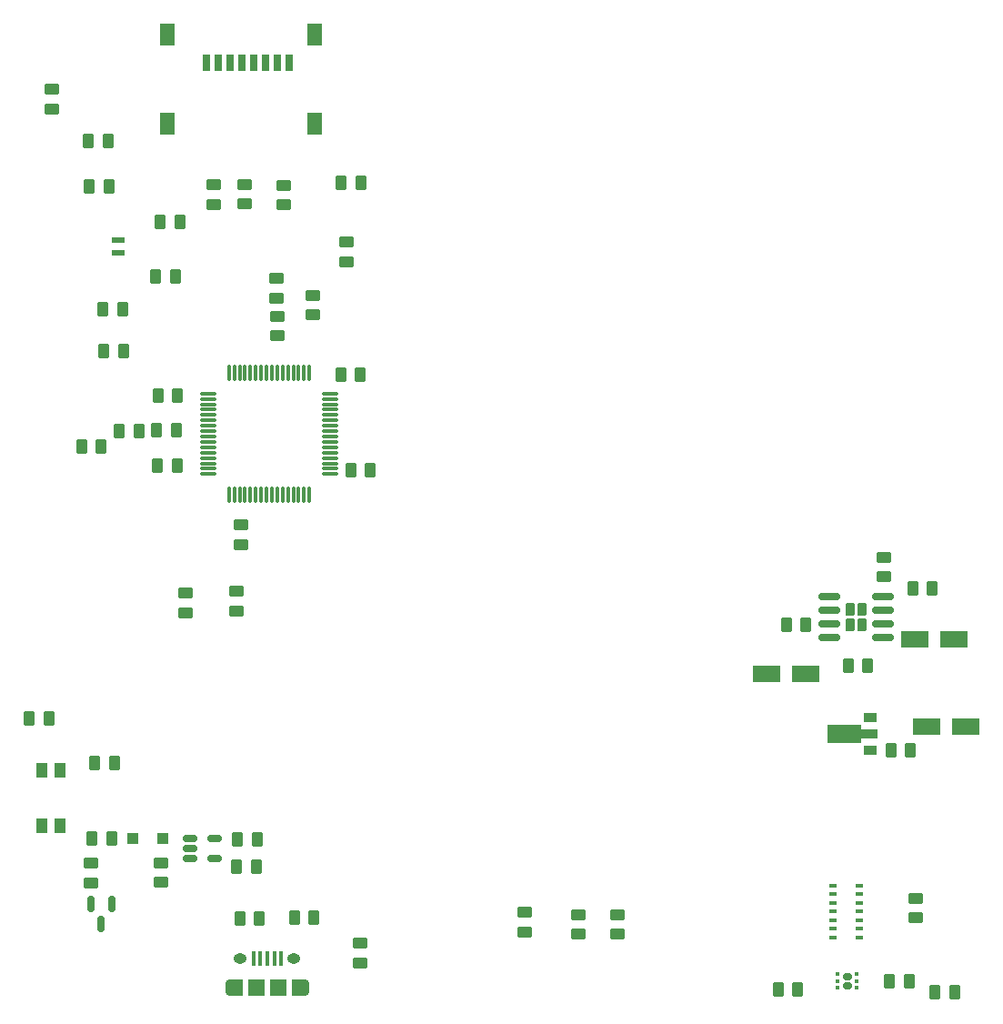
<source format=gbr>
%TF.GenerationSoftware,KiCad,Pcbnew,7.0.7*%
%TF.CreationDate,2024-05-08T11:13:52-07:00*%
%TF.ProjectId,Final_Project_Sutton_Yazzolino,46696e61-6c5f-4507-926f-6a6563745f53,rev?*%
%TF.SameCoordinates,Original*%
%TF.FileFunction,Paste,Top*%
%TF.FilePolarity,Positive*%
%FSLAX46Y46*%
G04 Gerber Fmt 4.6, Leading zero omitted, Abs format (unit mm)*
G04 Created by KiCad (PCBNEW 7.0.7) date 2024-05-08 11:13:52*
%MOMM*%
%LPD*%
G01*
G04 APERTURE LIST*
G04 Aperture macros list*
%AMRoundRect*
0 Rectangle with rounded corners*
0 $1 Rounding radius*
0 $2 $3 $4 $5 $6 $7 $8 $9 X,Y pos of 4 corners*
0 Add a 4 corners polygon primitive as box body*
4,1,4,$2,$3,$4,$5,$6,$7,$8,$9,$2,$3,0*
0 Add four circle primitives for the rounded corners*
1,1,$1+$1,$2,$3*
1,1,$1+$1,$4,$5*
1,1,$1+$1,$6,$7*
1,1,$1+$1,$8,$9*
0 Add four rect primitives between the rounded corners*
20,1,$1+$1,$2,$3,$4,$5,0*
20,1,$1+$1,$4,$5,$6,$7,0*
20,1,$1+$1,$6,$7,$8,$9,0*
20,1,$1+$1,$8,$9,$2,$3,0*%
%AMFreePoly0*
4,1,9,3.862500,-0.866500,0.737500,-0.866500,0.737500,-0.450000,-0.737500,-0.450000,-0.737500,0.450000,0.737500,0.450000,0.737500,0.866500,3.862500,0.866500,3.862500,-0.866500,3.862500,-0.866500,$1*%
G04 Aperture macros list end*
%ADD10RoundRect,0.250000X-0.262500X-0.450000X0.262500X-0.450000X0.262500X0.450000X-0.262500X0.450000X0*%
%ADD11RoundRect,0.250000X0.450000X-0.262500X0.450000X0.262500X-0.450000X0.262500X-0.450000X-0.262500X0*%
%ADD12RoundRect,0.250000X0.262500X0.450000X-0.262500X0.450000X-0.262500X-0.450000X0.262500X-0.450000X0*%
%ADD13O,0.890000X1.550000*%
%ADD14O,1.250000X0.950000*%
%ADD15R,0.400000X1.350000*%
%ADD16R,1.200000X1.550000*%
%ADD17R,1.500000X1.550000*%
%ADD18RoundRect,0.250000X-0.450000X0.262500X-0.450000X-0.262500X0.450000X-0.262500X0.450000X0.262500X0*%
%ADD19RoundRect,0.250000X1.050000X0.550000X-1.050000X0.550000X-1.050000X-0.550000X1.050000X-0.550000X0*%
%ADD20RoundRect,0.230000X-0.230000X-0.375000X0.230000X-0.375000X0.230000X0.375000X-0.230000X0.375000X0*%
%ADD21RoundRect,0.150000X-0.825000X-0.150000X0.825000X-0.150000X0.825000X0.150000X-0.825000X0.150000X0*%
%ADD22RoundRect,0.075000X-0.662500X-0.075000X0.662500X-0.075000X0.662500X0.075000X-0.662500X0.075000X0*%
%ADD23RoundRect,0.075000X-0.075000X-0.662500X0.075000X-0.662500X0.075000X0.662500X-0.075000X0.662500X0*%
%ADD24R,0.800000X1.500000*%
%ADD25R,1.450000X2.000000*%
%ADD26RoundRect,0.250000X-1.050000X-0.550000X1.050000X-0.550000X1.050000X0.550000X-1.050000X0.550000X0*%
%ADD27R,1.200000X0.600000*%
%ADD28R,1.300000X0.900000*%
%ADD29FreePoly0,180.000000*%
%ADD30RoundRect,0.160000X-0.245000X-0.160000X0.245000X-0.160000X0.245000X0.160000X-0.245000X0.160000X0*%
%ADD31RoundRect,0.093750X-0.093750X-0.106250X0.093750X-0.106250X0.093750X0.106250X-0.093750X0.106250X0*%
%ADD32RoundRect,0.250000X0.300000X0.300000X-0.300000X0.300000X-0.300000X-0.300000X0.300000X-0.300000X0*%
%ADD33RoundRect,0.087500X-0.287500X-0.087500X0.287500X-0.087500X0.287500X0.087500X-0.287500X0.087500X0*%
%ADD34RoundRect,0.150000X-0.150000X0.587500X-0.150000X-0.587500X0.150000X-0.587500X0.150000X0.587500X0*%
%ADD35RoundRect,0.150000X-0.512500X-0.150000X0.512500X-0.150000X0.512500X0.150000X-0.512500X0.150000X0*%
%ADD36R,1.000000X1.450000*%
G04 APERTURE END LIST*
D10*
%TO.C,C8*%
X131500000Y-94000000D03*
X133325000Y-94000000D03*
%TD*%
D11*
%TO.C,R15*%
X118750000Y-69312500D03*
X118750000Y-67487500D03*
%TD*%
D10*
%TO.C,C25*%
X181675000Y-141575000D03*
X183500000Y-141575000D03*
%TD*%
D12*
%TO.C,FB1*%
X115250000Y-90325000D03*
X113425000Y-90325000D03*
%TD*%
D13*
%TO.C,J2*%
X120225000Y-142175000D03*
D14*
X121225000Y-139475000D03*
X126225000Y-139475000D03*
D13*
X127225000Y-142175000D03*
D15*
X122425000Y-139475000D03*
X123075000Y-139475000D03*
X123725000Y-139475000D03*
X124375000Y-139475000D03*
X125025000Y-139475000D03*
D16*
X120825000Y-142175000D03*
D17*
X122725000Y-142175000D03*
X124725000Y-142175000D03*
D16*
X126625000Y-142175000D03*
%TD*%
D10*
%TO.C,C16*%
X113350000Y-75975000D03*
X115175000Y-75975000D03*
%TD*%
D12*
%TO.C,C13*%
X115375000Y-87075000D03*
X113550000Y-87075000D03*
%TD*%
D18*
%TO.C,C11*%
X121290000Y-99147500D03*
X121290000Y-100972500D03*
%TD*%
D11*
%TO.C,R19*%
X152675000Y-137225000D03*
X152675000Y-135400000D03*
%TD*%
D18*
%TO.C,L1*%
X124625000Y-79700000D03*
X124625000Y-81525000D03*
%TD*%
%TO.C,R3*%
X184100000Y-133875000D03*
X184100000Y-135700000D03*
%TD*%
D19*
%TO.C,C5*%
X173845000Y-113035000D03*
X170245000Y-113035000D03*
%TD*%
D10*
%TO.C,C14*%
X106425000Y-91875000D03*
X108250000Y-91875000D03*
%TD*%
D12*
%TO.C,R13*%
X187700000Y-142625000D03*
X185875000Y-142625000D03*
%TD*%
D11*
%TO.C,C15*%
X132350000Y-138100000D03*
X132350000Y-139925000D03*
%TD*%
D10*
%TO.C,C17*%
X113775000Y-70950000D03*
X115600000Y-70950000D03*
%TD*%
D20*
%TO.C,LDO3.3V1*%
X177980000Y-106960000D03*
X177980000Y-108460000D03*
X179120000Y-106960000D03*
X179120000Y-108460000D03*
D21*
X176075000Y-105805000D03*
X176075000Y-107075000D03*
X176075000Y-108345000D03*
X176075000Y-109615000D03*
X181025000Y-109615000D03*
X181025000Y-108345000D03*
X181025000Y-107075000D03*
X181025000Y-105805000D03*
%TD*%
D22*
%TO.C,U3*%
X118237500Y-86900000D03*
X118237500Y-87400000D03*
X118237500Y-87900000D03*
X118237500Y-88400000D03*
X118237500Y-88900000D03*
X118237500Y-89400000D03*
X118237500Y-89900000D03*
X118237500Y-90400000D03*
X118237500Y-90900000D03*
X118237500Y-91400000D03*
X118237500Y-91900000D03*
X118237500Y-92400000D03*
X118237500Y-92900000D03*
X118237500Y-93400000D03*
X118237500Y-93900000D03*
X118237500Y-94400000D03*
D23*
X120150000Y-96312500D03*
X120650000Y-96312500D03*
X121150000Y-96312500D03*
X121650000Y-96312500D03*
X122150000Y-96312500D03*
X122650000Y-96312500D03*
X123150000Y-96312500D03*
X123650000Y-96312500D03*
X124150000Y-96312500D03*
X124650000Y-96312500D03*
X125150000Y-96312500D03*
X125650000Y-96312500D03*
X126150000Y-96312500D03*
X126650000Y-96312500D03*
X127150000Y-96312500D03*
X127650000Y-96312500D03*
D22*
X129562500Y-94400000D03*
X129562500Y-93900000D03*
X129562500Y-93400000D03*
X129562500Y-92900000D03*
X129562500Y-92400000D03*
X129562500Y-91900000D03*
X129562500Y-91400000D03*
X129562500Y-90900000D03*
X129562500Y-90400000D03*
X129562500Y-89900000D03*
X129562500Y-89400000D03*
X129562500Y-88900000D03*
X129562500Y-88400000D03*
X129562500Y-87900000D03*
X129562500Y-87400000D03*
X129562500Y-86900000D03*
D23*
X127650000Y-84987500D03*
X127150000Y-84987500D03*
X126650000Y-84987500D03*
X126150000Y-84987500D03*
X125650000Y-84987500D03*
X125150000Y-84987500D03*
X124650000Y-84987500D03*
X124150000Y-84987500D03*
X123650000Y-84987500D03*
X123150000Y-84987500D03*
X122650000Y-84987500D03*
X122150000Y-84987500D03*
X121650000Y-84987500D03*
X121150000Y-84987500D03*
X120650000Y-84987500D03*
X120150000Y-84987500D03*
%TD*%
D10*
%TO.C,R17*%
X108500000Y-82975000D03*
X110325000Y-82975000D03*
%TD*%
D18*
%TO.C,R24*%
X156350000Y-135400000D03*
X156350000Y-137225000D03*
%TD*%
D12*
%TO.C,C6*%
X183600000Y-120150000D03*
X181775000Y-120150000D03*
%TD*%
D18*
%TO.C,C18*%
X107325000Y-130650000D03*
X107325000Y-132475000D03*
%TD*%
D10*
%TO.C,C2*%
X183820000Y-105060000D03*
X185645000Y-105060000D03*
%TD*%
%TO.C,C19*%
X120875000Y-130975000D03*
X122700000Y-130975000D03*
%TD*%
D24*
%TO.C,J1*%
X118075000Y-56100000D03*
X119175000Y-56100000D03*
X120275000Y-56100000D03*
X121375000Y-56100000D03*
X122475000Y-56100000D03*
X123575000Y-56100000D03*
X124675000Y-56100000D03*
X125775000Y-56100000D03*
D25*
X114400000Y-53500000D03*
X114400000Y-61800000D03*
X128150000Y-53500000D03*
X128150000Y-61800000D03*
%TD*%
D26*
%TO.C,C7*%
X185125000Y-117900000D03*
X188725000Y-117900000D03*
%TD*%
D10*
%TO.C,R5*%
X171275000Y-142350000D03*
X173100000Y-142350000D03*
%TD*%
D12*
%TO.C,C3*%
X179645000Y-112235000D03*
X177820000Y-112235000D03*
%TD*%
D27*
%TO.C,Y1*%
X109825000Y-72625000D03*
X109825000Y-73825000D03*
%TD*%
D10*
%TO.C,R16*%
X108425000Y-79075000D03*
X110250000Y-79075000D03*
%TD*%
%TO.C,R2*%
X107075000Y-63400000D03*
X108900000Y-63400000D03*
%TD*%
D11*
%TO.C,R4*%
X103625000Y-60425000D03*
X103625000Y-58600000D03*
%TD*%
D18*
%TO.C,R14*%
X121600000Y-67425000D03*
X121600000Y-69250000D03*
%TD*%
D10*
%TO.C,C4*%
X172045000Y-108410000D03*
X173870000Y-108410000D03*
%TD*%
D11*
%TO.C,R18*%
X147725000Y-137025000D03*
X147725000Y-135200000D03*
%TD*%
D10*
%TO.C,R6*%
X107650000Y-121325000D03*
X109475000Y-121325000D03*
%TD*%
D28*
%TO.C,LDO1.8V1*%
X179875000Y-120075000D03*
D29*
X179787500Y-118575000D03*
D28*
X179875000Y-117075000D03*
%TD*%
D30*
%TO.C,U2*%
X177725000Y-141200000D03*
X177725000Y-142000000D03*
D31*
X176837500Y-140950000D03*
X176837500Y-141600000D03*
X176837500Y-142250000D03*
X178612500Y-142250000D03*
X178612500Y-141600000D03*
X178612500Y-140950000D03*
%TD*%
D18*
%TO.C,R12*%
X125275000Y-67525000D03*
X125275000Y-69350000D03*
%TD*%
D10*
%TO.C,R7*%
X101575000Y-117175000D03*
X103400000Y-117175000D03*
%TD*%
D11*
%TO.C,R10*%
X116140000Y-107285000D03*
X116140000Y-105460000D03*
%TD*%
%TO.C,C24*%
X181175000Y-103975000D03*
X181175000Y-102150000D03*
%TD*%
D32*
%TO.C,D2*%
X114025000Y-128300000D03*
X111225000Y-128300000D03*
%TD*%
D10*
%TO.C,C23*%
X130600000Y-67300000D03*
X132425000Y-67300000D03*
%TD*%
D26*
%TO.C,C1*%
X184020000Y-109760000D03*
X187620000Y-109760000D03*
%TD*%
D33*
%TO.C,U1*%
X176425000Y-132725000D03*
X176425000Y-133525000D03*
X176425000Y-134325000D03*
X176425000Y-135125000D03*
X176425000Y-135925000D03*
X176425000Y-136725000D03*
X176425000Y-137525000D03*
X178825000Y-137525000D03*
X178825000Y-136725000D03*
X178825000Y-135925000D03*
X178825000Y-135125000D03*
X178825000Y-134325000D03*
X178825000Y-133525000D03*
X178825000Y-132725000D03*
%TD*%
D18*
%TO.C,R1*%
X131125000Y-72800000D03*
X131125000Y-74625000D03*
%TD*%
D11*
%TO.C,R11*%
X120810000Y-107155000D03*
X120810000Y-105330000D03*
%TD*%
D12*
%TO.C,R8*%
X109250000Y-128325000D03*
X107425000Y-128325000D03*
%TD*%
D34*
%TO.C,Q1*%
X109225000Y-134450000D03*
X107325000Y-134450000D03*
X108275000Y-136325000D03*
%TD*%
D18*
%TO.C,C22*%
X127950000Y-77750000D03*
X127950000Y-79575000D03*
%TD*%
D12*
%TO.C,R21*%
X128075000Y-135675000D03*
X126250000Y-135675000D03*
%TD*%
D10*
%TO.C,C9*%
X130575000Y-85150000D03*
X132400000Y-85150000D03*
%TD*%
D35*
%TO.C,U4*%
X116575000Y-128325000D03*
X116575000Y-129275000D03*
X116575000Y-130225000D03*
X118850000Y-130225000D03*
X118850000Y-128325000D03*
%TD*%
D12*
%TO.C,C10*%
X111775000Y-90375000D03*
X109950000Y-90375000D03*
%TD*%
D18*
%TO.C,R9*%
X113800000Y-130600000D03*
X113800000Y-132425000D03*
%TD*%
D10*
%TO.C,R22*%
X121150000Y-135750000D03*
X122975000Y-135750000D03*
%TD*%
D18*
%TO.C,C21*%
X124600000Y-76200000D03*
X124600000Y-78025000D03*
%TD*%
D12*
%TO.C,C12*%
X115325000Y-93575000D03*
X113500000Y-93575000D03*
%TD*%
D10*
%TO.C,R20*%
X107150000Y-67625000D03*
X108975000Y-67625000D03*
%TD*%
D36*
%TO.C,SW1*%
X102700000Y-127100000D03*
X102700000Y-121950000D03*
X104400000Y-127100000D03*
X104400000Y-121950000D03*
%TD*%
D10*
%TO.C,C20*%
X120975000Y-128425000D03*
X122800000Y-128425000D03*
%TD*%
M02*

</source>
